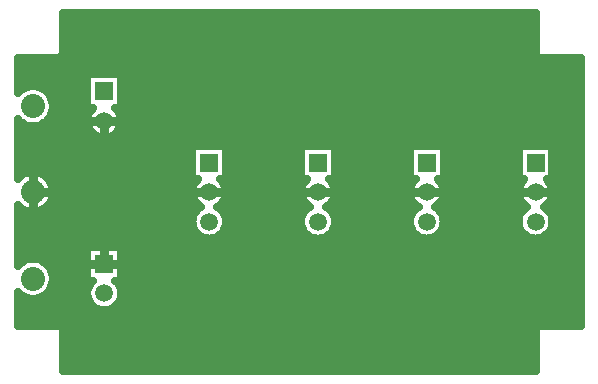
<source format=gbr>
G04 DipTrace 3.3.1.3*
G04 Bottom.gbr*
%MOIN*%
G04 #@! TF.FileFunction,Copper,L2,Bot*
G04 #@! TF.Part,Single*
G04 #@! TA.AperFunction,CopperBalancing*
%ADD14C,0.025*%
%ADD15C,0.03*%
G04 #@! TA.AperFunction,ComponentPad*
%ADD18C,0.08*%
%ADD20R,0.05937X0.05937*%
%ADD21C,0.05937*%
%FSLAX26Y26*%
G04*
G70*
G90*
G75*
G01*
G04 Bottom*
%LPD*%
X215014Y1231381D2*
D14*
X1785007D1*
X215014Y1206512D2*
X1785007D1*
X215014Y1181644D2*
X1785007D1*
X215014Y1156775D2*
X1785007D1*
X215014Y1131906D2*
X1785007D1*
X206869Y1107037D2*
X1793117D1*
X65018Y1082169D2*
X1935003D1*
X65018Y1057300D2*
X1935003D1*
X65018Y1032431D2*
X291327D1*
X408681D2*
X1935003D1*
X65018Y1007562D2*
X91273D1*
X133701D2*
X291327D1*
X408681D2*
X1935003D1*
X168903Y982694D2*
X291327D1*
X408681D2*
X1935003D1*
X179991Y957825D2*
X291327D1*
X408681D2*
X1935003D1*
X180601Y932956D2*
X305789D1*
X394219D2*
X1935003D1*
X171127Y908087D2*
X292799D1*
X407210D2*
X1935003D1*
X65018Y883219D2*
X82482D1*
X142528D2*
X292619D1*
X407353D2*
X1935003D1*
X65018Y858350D2*
X305178D1*
X394794D2*
X1935003D1*
X65018Y833481D2*
X1935003D1*
X65018Y808612D2*
X641306D1*
X758696D2*
X1003808D1*
X1121197D2*
X1366310D1*
X1483699D2*
X1728812D1*
X1846201D2*
X1935003D1*
X65018Y783743D2*
X641306D1*
X758696D2*
X1003808D1*
X1121197D2*
X1366310D1*
X1483699D2*
X1728812D1*
X1846201D2*
X1935003D1*
X65018Y758875D2*
X641306D1*
X758696D2*
X1003808D1*
X1121197D2*
X1366310D1*
X1483699D2*
X1728812D1*
X1846201D2*
X1935003D1*
X65018Y734006D2*
X641306D1*
X758696D2*
X1003808D1*
X1121197D2*
X1366310D1*
X1483699D2*
X1728812D1*
X1846201D2*
X1935003D1*
X158388Y709137D2*
X641306D1*
X758696D2*
X1003808D1*
X1121197D2*
X1366310D1*
X1483699D2*
X1728812D1*
X1846201D2*
X1935003D1*
X176403Y684268D2*
X647945D1*
X752056D2*
X1010411D1*
X1114559D2*
X1372912D1*
X1477060D2*
X1735415D1*
X1839563D2*
X1935003D1*
X181497Y659400D2*
X641341D1*
X758659D2*
X1003844D1*
X1121161D2*
X1366346D1*
X1483663D2*
X1728848D1*
X1846165D2*
X1935003D1*
X176941Y634531D2*
X646366D1*
X753635D2*
X1008867D1*
X1116138D2*
X1371370D1*
X1478639D2*
X1733871D1*
X1841142D2*
X1935003D1*
X159860Y609662D2*
X668577D1*
X731423D2*
X1031080D1*
X1093925D2*
X1393581D1*
X1456428D2*
X1756084D1*
X1818929D2*
X1935003D1*
X65018Y584793D2*
X647370D1*
X752631D2*
X1009873D1*
X1115133D2*
X1372374D1*
X1477635D2*
X1734877D1*
X1840136D2*
X1935003D1*
X65018Y559925D2*
X641306D1*
X758696D2*
X1003808D1*
X1121197D2*
X1366310D1*
X1483699D2*
X1728812D1*
X1846165D2*
X1935003D1*
X65018Y535056D2*
X646867D1*
X753133D2*
X1009370D1*
X1115635D2*
X1371871D1*
X1478138D2*
X1734374D1*
X1840639D2*
X1935003D1*
X65018Y510187D2*
X670408D1*
X729593D2*
X1032874D1*
X1092094D2*
X1395377D1*
X1454597D2*
X1757878D1*
X1817100D2*
X1935003D1*
X65018Y485318D2*
X1935003D1*
X65018Y460449D2*
X291327D1*
X408681D2*
X1935003D1*
X65018Y435581D2*
X291327D1*
X408681D2*
X1935003D1*
X166606Y410712D2*
X291327D1*
X408681D2*
X1935003D1*
X179273Y385843D2*
X291327D1*
X408681D2*
X1935003D1*
X181031Y360974D2*
X308731D1*
X391277D2*
X1935003D1*
X172921Y336106D2*
X293588D1*
X406420D2*
X1935003D1*
X65018Y311237D2*
X76615D1*
X148377D2*
X292045D1*
X407963D2*
X1935003D1*
X65018Y286368D2*
X302739D1*
X397269D2*
X1935003D1*
X65018Y261499D2*
X1935003D1*
X65018Y236631D2*
X1935003D1*
X65018Y211762D2*
X1935003D1*
X215014Y186893D2*
X1785007D1*
X215014Y162024D2*
X1785007D1*
X215014Y137156D2*
X1785007D1*
X215014Y112287D2*
X1785007D1*
X215014Y87418D2*
X1785007D1*
X215014Y62549D2*
X1785007D1*
X178795Y363532D2*
X177163Y353226D1*
X173938Y343301D1*
X169201Y334003D1*
X163067Y325562D1*
X155688Y318183D1*
X147247Y312049D1*
X137949Y307312D1*
X128024Y304087D1*
X117718Y302455D1*
X107282D1*
X96976Y304087D1*
X87051Y307312D1*
X77753Y312049D1*
X69312Y318183D1*
X62501Y324948D1*
X62500Y211275D1*
X201955Y211096D1*
X204783Y210299D1*
X207348Y208863D1*
X209505Y206868D1*
X211138Y204425D1*
X212155Y201669D1*
X212500Y198746D1*
Y61278D1*
X1787480Y61250D1*
X1787654Y200705D1*
X1788451Y203533D1*
X1789887Y206098D1*
X1791882Y208255D1*
X1794325Y209888D1*
X1797081Y210905D1*
X1800004Y211250D1*
X1937472D1*
X1937500Y1106225D1*
X1798045Y1106404D1*
X1795217Y1107201D1*
X1792652Y1108637D1*
X1790495Y1110632D1*
X1788862Y1113075D1*
X1787845Y1115831D1*
X1787500Y1118754D1*
Y1256222D1*
X212520Y1256250D1*
X212346Y1116795D1*
X211549Y1113967D1*
X210113Y1111402D1*
X208118Y1109245D1*
X205675Y1107612D1*
X202919Y1106595D1*
X200000Y1106250D1*
X62528D1*
X62500Y987594D1*
X69312Y994317D1*
X77753Y1000451D1*
X87051Y1005188D1*
X96976Y1008413D1*
X107282Y1010045D1*
X117718D1*
X128024Y1008413D1*
X137949Y1005188D1*
X147247Y1000451D1*
X155688Y994317D1*
X163067Y986938D1*
X169201Y978497D1*
X173938Y969199D1*
X177163Y959274D1*
X178795Y948968D1*
Y938532D1*
X177163Y928226D1*
X173938Y918301D1*
X169201Y909003D1*
X163067Y900562D1*
X155688Y893183D1*
X147247Y887049D1*
X137949Y882312D1*
X128024Y879087D1*
X117718Y877455D1*
X107282D1*
X96976Y879087D1*
X87051Y882312D1*
X77753Y887049D1*
X69312Y893183D1*
X62501Y899948D1*
X62500Y702602D1*
X67958Y708129D1*
X73676Y712741D1*
X79867Y716692D1*
X86457Y719938D1*
X93364Y722438D1*
X100504Y724159D1*
X107791Y725083D1*
X115136Y725198D1*
X122449Y724502D1*
X129639Y723003D1*
X136621Y720721D1*
X143308Y717683D1*
X149621Y713926D1*
X155479Y709495D1*
X160814Y704446D1*
X165558Y698838D1*
X169656Y692742D1*
X173056Y686232D1*
X175718Y679385D1*
X177608Y672287D1*
X178703Y665024D1*
X178975Y656913D1*
X178366Y649593D1*
X176955Y642384D1*
X174757Y635376D1*
X171799Y628652D1*
X168118Y622296D1*
X163759Y616384D1*
X158773Y610990D1*
X153223Y606178D1*
X147177Y602007D1*
X140707Y598528D1*
X133894Y595785D1*
X126819Y593810D1*
X119570Y592627D1*
X112234Y592250D1*
X104902Y592686D1*
X97661Y593927D1*
X90602Y595959D1*
X83811Y598757D1*
X77370Y602287D1*
X71357Y606506D1*
X65845Y611362D1*
X62496Y614919D1*
X62500Y412585D1*
X69312Y419317D1*
X77753Y425451D1*
X87051Y430188D1*
X96976Y433413D1*
X107282Y435045D1*
X117718D1*
X128024Y433413D1*
X137949Y430188D1*
X147247Y425451D1*
X155688Y419317D1*
X163067Y411938D1*
X169201Y403497D1*
X173938Y394199D1*
X177163Y384274D1*
X178795Y373968D1*
Y363532D1*
X653001Y812435D2*
X756185D1*
Y700065D1*
X737059D1*
X742087Y695047D1*
X746583Y689240D1*
X750282Y682894D1*
X753122Y676123D1*
X755055Y669037D1*
X756047Y661762D1*
X756064Y654153D1*
X755108Y646872D1*
X753207Y639778D1*
X750399Y632993D1*
X746730Y626631D1*
X742262Y620802D1*
X737072Y615607D1*
X731249Y611132D1*
X727096Y608614D1*
X733025Y604854D1*
X739728Y599128D1*
X745454Y592425D1*
X750062Y584907D1*
X753436Y576762D1*
X755493Y568188D1*
X756185Y559400D1*
X755493Y550611D1*
X753436Y542037D1*
X750062Y533892D1*
X745454Y526375D1*
X739728Y519671D1*
X733025Y513946D1*
X725508Y509338D1*
X717362Y505964D1*
X708789Y503906D1*
X700000Y503215D1*
X691211Y503906D1*
X682638Y505964D1*
X674492Y509338D1*
X666975Y513946D1*
X660272Y519671D1*
X654546Y526375D1*
X649938Y533892D1*
X646564Y542037D1*
X644507Y550611D1*
X643815Y559400D1*
X644507Y568188D1*
X646564Y576762D1*
X649938Y584907D1*
X654546Y592425D1*
X660272Y599128D1*
X666975Y604854D1*
X672944Y608594D1*
X667349Y612102D1*
X661664Y616750D1*
X656634Y622102D1*
X652345Y628062D1*
X648870Y634532D1*
X646269Y641400D1*
X644587Y648549D1*
X643849Y655855D1*
X644072Y663196D1*
X645251Y670444D1*
X647365Y677477D1*
X650377Y684175D1*
X654238Y690422D1*
X658881Y696112D1*
X662954Y700062D1*
X643815Y700065D1*
Y812435D1*
X653001D1*
X1378001D2*
X1481185D1*
Y700065D1*
X1462059D1*
X1467087Y695047D1*
X1471583Y689240D1*
X1475282Y682894D1*
X1478122Y676123D1*
X1480055Y669037D1*
X1481047Y661762D1*
X1481064Y654153D1*
X1480108Y646872D1*
X1478207Y639778D1*
X1475399Y632993D1*
X1471730Y626631D1*
X1467262Y620802D1*
X1462072Y615607D1*
X1456249Y611132D1*
X1452096Y608614D1*
X1458025Y604854D1*
X1464728Y599128D1*
X1470454Y592425D1*
X1475062Y584907D1*
X1478436Y576762D1*
X1480493Y568188D1*
X1481185Y559400D1*
X1480493Y550611D1*
X1478436Y542037D1*
X1475062Y533892D1*
X1470454Y526375D1*
X1464728Y519671D1*
X1458025Y513946D1*
X1450508Y509338D1*
X1442362Y505964D1*
X1433789Y503906D1*
X1425000Y503215D1*
X1416211Y503906D1*
X1407638Y505964D1*
X1399492Y509338D1*
X1391975Y513946D1*
X1385272Y519671D1*
X1379546Y526375D1*
X1374938Y533892D1*
X1371564Y542037D1*
X1369507Y550611D1*
X1368815Y559400D1*
X1369507Y568188D1*
X1371564Y576762D1*
X1374938Y584907D1*
X1379546Y592425D1*
X1385272Y599128D1*
X1391975Y604854D1*
X1397944Y608594D1*
X1392349Y612102D1*
X1386664Y616750D1*
X1381634Y622102D1*
X1377345Y628062D1*
X1373870Y634532D1*
X1371269Y641400D1*
X1369587Y648549D1*
X1368849Y655855D1*
X1369072Y663196D1*
X1370251Y670444D1*
X1372365Y677477D1*
X1375377Y684175D1*
X1379238Y690422D1*
X1383881Y696112D1*
X1387954Y700062D1*
X1368815Y700065D1*
Y812435D1*
X1378001D1*
X1740501D2*
X1843685D1*
Y700065D1*
X1824559D1*
X1829587Y695047D1*
X1834083Y689240D1*
X1837782Y682894D1*
X1840622Y676123D1*
X1842555Y669037D1*
X1843547Y661762D1*
X1843564Y654153D1*
X1842608Y646872D1*
X1840707Y639778D1*
X1837899Y632993D1*
X1834230Y626631D1*
X1829762Y620802D1*
X1824572Y615607D1*
X1818749Y611132D1*
X1814596Y608614D1*
X1820525Y604854D1*
X1827228Y599128D1*
X1832954Y592425D1*
X1837562Y584907D1*
X1840936Y576762D1*
X1842993Y568188D1*
X1843685Y559400D1*
X1842993Y550611D1*
X1840936Y542037D1*
X1837562Y533892D1*
X1832954Y526375D1*
X1827228Y519671D1*
X1820525Y513946D1*
X1813008Y509338D1*
X1804862Y505964D1*
X1796289Y503906D1*
X1787500Y503215D1*
X1778711Y503906D1*
X1770138Y505964D1*
X1761992Y509338D1*
X1754475Y513946D1*
X1747772Y519671D1*
X1742046Y526375D1*
X1737438Y533892D1*
X1734064Y542037D1*
X1732007Y550611D1*
X1731315Y559400D1*
X1732007Y568188D1*
X1734064Y576762D1*
X1737438Y584907D1*
X1742046Y592425D1*
X1747772Y599128D1*
X1754475Y604854D1*
X1760444Y608594D1*
X1754849Y612102D1*
X1749164Y616750D1*
X1744134Y622102D1*
X1739845Y628062D1*
X1736370Y634532D1*
X1733769Y641400D1*
X1732087Y648549D1*
X1731349Y655855D1*
X1731572Y663196D1*
X1732751Y670444D1*
X1734865Y677477D1*
X1737877Y684175D1*
X1741738Y690422D1*
X1746381Y696112D1*
X1750454Y700062D1*
X1731315Y700065D1*
Y812435D1*
X1740501D1*
X1015501D2*
X1118685D1*
Y700065D1*
X1099559D1*
X1104587Y695047D1*
X1109083Y689240D1*
X1112782Y682894D1*
X1115622Y676123D1*
X1117555Y669037D1*
X1118547Y661762D1*
X1118564Y654153D1*
X1117608Y646872D1*
X1115707Y639778D1*
X1112899Y632993D1*
X1109230Y626631D1*
X1104762Y620802D1*
X1099572Y615607D1*
X1093749Y611132D1*
X1089596Y608614D1*
X1095525Y604854D1*
X1102228Y599128D1*
X1107954Y592425D1*
X1112562Y584907D1*
X1115936Y576762D1*
X1117993Y568188D1*
X1118685Y559400D1*
X1117993Y550611D1*
X1115936Y542037D1*
X1112562Y533892D1*
X1107954Y526375D1*
X1102228Y519671D1*
X1095525Y513946D1*
X1088008Y509338D1*
X1079862Y505964D1*
X1071289Y503906D1*
X1062500Y503215D1*
X1053711Y503906D1*
X1045138Y505964D1*
X1036992Y509338D1*
X1029475Y513946D1*
X1022772Y519671D1*
X1017046Y526375D1*
X1012438Y533892D1*
X1009064Y542037D1*
X1007007Y550611D1*
X1006315Y559400D1*
X1007007Y568188D1*
X1009064Y576762D1*
X1012438Y584907D1*
X1017046Y592425D1*
X1022772Y599128D1*
X1029475Y604854D1*
X1035444Y608594D1*
X1029849Y612102D1*
X1024164Y616750D1*
X1019134Y622102D1*
X1014845Y628062D1*
X1011370Y634532D1*
X1008769Y641400D1*
X1007087Y648549D1*
X1006349Y655855D1*
X1006572Y663196D1*
X1007751Y670444D1*
X1009865Y677477D1*
X1012877Y684175D1*
X1016738Y690422D1*
X1021381Y696112D1*
X1025454Y700062D1*
X1006315Y700065D1*
Y812435D1*
X1015501D1*
X303001Y1049935D2*
X406185D1*
Y937565D1*
X387059D1*
X392087Y932547D1*
X396583Y926740D1*
X400282Y920394D1*
X403122Y913623D1*
X405055Y906537D1*
X406047Y899262D1*
X406064Y891653D1*
X405108Y884372D1*
X403207Y877278D1*
X400399Y870493D1*
X396730Y864131D1*
X392262Y858302D1*
X387072Y853107D1*
X381249Y848632D1*
X374892Y844955D1*
X368110Y842138D1*
X361018Y840230D1*
X353738Y839264D1*
X346394Y839255D1*
X339112Y840205D1*
X332016Y842096D1*
X325227Y844896D1*
X318861Y848558D1*
X313028Y853019D1*
X307825Y858203D1*
X303344Y864020D1*
X299659Y870373D1*
X296835Y877153D1*
X294919Y884242D1*
X293944Y891520D1*
X293927Y898864D1*
X294867Y906148D1*
X296749Y913246D1*
X299542Y920039D1*
X303197Y926409D1*
X307651Y932247D1*
X312954Y937562D1*
X293815Y937565D1*
Y1049935D1*
X303001D1*
X295652Y474935D2*
X406185D1*
Y362565D1*
X387045D1*
X392723Y356814D1*
X397906Y349682D1*
X401908Y341826D1*
X404633Y333440D1*
X406012Y324733D1*
Y315917D1*
X404633Y307209D1*
X401908Y298823D1*
X397906Y290968D1*
X392723Y283835D1*
X386490Y277602D1*
X379357Y272419D1*
X371501Y268417D1*
X363115Y265692D1*
X354408Y264313D1*
X345592D1*
X336885Y265692D1*
X328499Y268417D1*
X320643Y272419D1*
X313510Y277602D1*
X307277Y283835D1*
X302094Y290968D1*
X298092Y298823D1*
X295367Y307209D1*
X293988Y315917D1*
Y324733D1*
X295367Y333440D1*
X298092Y341826D1*
X302094Y349682D1*
X307277Y356814D1*
X312992Y362569D1*
X293815Y362565D1*
Y474935D1*
X295652D1*
X112500Y725215D2*
D15*
Y592285D1*
Y658750D2*
X178965D1*
X643850Y657825D2*
X756150D1*
X1368850D2*
X1481150D1*
X1731350D2*
X1843650D1*
X1006350D2*
X1118650D1*
X350000Y895325D2*
Y839175D1*
X293850Y895325D2*
X406150D1*
X350000Y474900D2*
Y418750D1*
X293850D2*
X406150D1*
D18*
X112500Y368750D3*
Y658750D3*
D20*
X700000Y756250D3*
D21*
Y657825D3*
Y559400D3*
D20*
X1425000Y756250D3*
D21*
Y657825D3*
Y559400D3*
D20*
X1787500Y756250D3*
D21*
Y657825D3*
Y559400D3*
D20*
X1062500Y756250D3*
D21*
Y657825D3*
Y559400D3*
D20*
X350000Y993750D3*
D21*
Y895325D3*
D20*
Y418750D3*
D21*
Y320325D3*
D18*
X112500Y943750D3*
M02*

</source>
